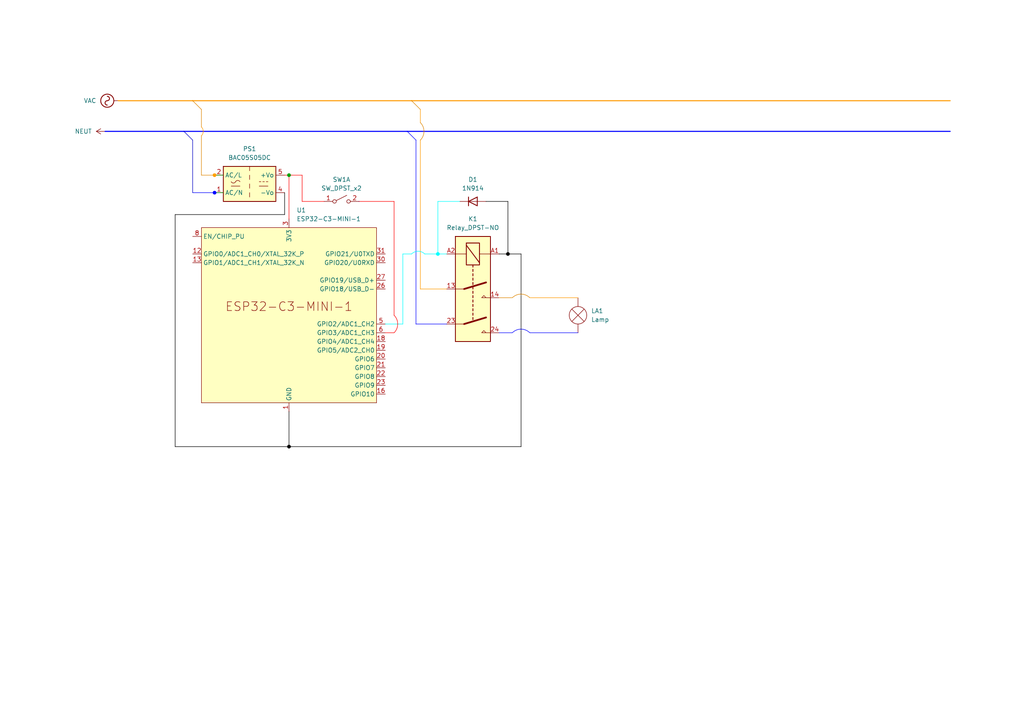
<source format=kicad_sch>
(kicad_sch (version 20230121) (generator eeschema)
  (paper "A4")
  (lib_symbols
    (symbol "Converter_ACDC:BAC05S05DC"
      (property "Reference" "PS" (at 0 6.35 0))
      (property "Value" "BAC05S05DC" (at 0 -6.35 0))
      (symbol "BAC05S05DC_0_1"
        (rectangle (start -7.62 5.08) (end 7.62 -5.08) (stroke (width 0.254)) (fill (type background)))
        (arc (start -5.334 0.635) (mid -4.699 0.2495) (end -4.064 0.635))
        (arc (start -2.794 0.635) (mid -3.429 1.0072) (end -4.064 0.635))
        (polyline (pts (xy -5.334 -0.635) (xy -2.794 -0.635)))
        (polyline (pts (xy 0 -2.54) (xy 0 -3.81)))
        (polyline (pts (xy 0 0) (xy 0 -1.27)))
        (polyline (pts (xy 0 2.54) (xy 0 1.27)))
        (polyline (pts (xy 0 5.08) (xy 0 3.81)))
        (polyline (pts (xy 2.794 -0.635) (xy 5.334 -0.635)))
        (polyline (pts (xy 2.794 0.635) (xy 3.302 0.635)))
        (polyline (pts (xy 3.81 0.635) (xy 4.318 0.635)))
        (polyline (pts (xy 4.826 0.635) (xy 5.334 0.635)))
      )
      (symbol "BAC05S05DC_1_1"
        (pin power_in line (at -10.16 -2.54 0) (length 2.54) (name "AC/N") (number "1"))
        (pin power_in line (at -10.16 2.54 0) (length 2.54) (name "AC/L") (number "2"))
        (pin no_connect line (at 7.62 0 180) (length 2.54) hide (name "NC") (number "3"))
        (pin power_out line (at 10.16 -2.54 180) (length 2.54) (name "-Vo") (number "4"))
        (pin power_out line (at 10.16 2.54 180) (length 2.54) (name "+Vo") (number "5"))
      )
    )
    (symbol "Device:Lamp" (pin_numbers hide) (pin_names (offset 0.0254) hide)
      (property "Reference" "LA" (at 0.635 3.81 0))
      (property "Value" "Lamp" (at 0.635 -3.81 0))
      (symbol "Lamp_0_1"
        (polyline (pts (xy -1.778 1.778) (xy 1.778 -1.778)))
        (polyline (pts (xy 1.778 1.778) (xy -1.778 -1.778)))
        (circle (center 0 0) (radius 2.54))
      )
      (symbol "Lamp_1_1"
        (pin passive line (at 0 -5.08 90) (length 2.54) (name "-") (number "1"))
        (pin passive line (at 0 5.08 270) (length 2.54) (name "+") (number "2"))
      )
    )
    (symbol "Diode:1N914" (pin_numbers hide) (pin_names hide)
      (property "Reference" "D" (at 0 2.54 0))
      (property "Value" "1N914" (at 0 -2.54 0))
      (symbol "1N914_0_1"
        (polyline (pts (xy -1.27 1.27) (xy -1.27 -1.27)) (stroke (width 0.254)))
        (polyline (pts (xy 1.27 0) (xy -1.27 0)))
        (polyline (pts (xy 1.27 1.27) (xy 1.27 -1.27) (xy -1.27 0) (xy 1.27 1.27)) (stroke (width 0.254)))
      )
      (symbol "1N914_1_1"
        (pin passive line (at -3.81 0 0) (length 2.54) (name "K") (number "1"))
        (pin passive line (at 3.81 0 180) (length 2.54) (name "A") (number "2"))
      )
    )
    (symbol "PCM_Espressif:ESP32-C3-MINI-1"
      (property "Reference" "U" (at -25.4 30.48 0))
      (property "Value" "ESP32-C3-MINI-1" (at -25.4 27.94 0))
      (symbol "ESP32-C3-MINI-1_0_0"
        (text "ESP32-C3-MINI-1" (at 0 2.54 0) (effects (font (size 2.54 2.54))))
      )
      (symbol "ESP32-C3-MINI-1_0_1"
        (rectangle (start -25.4 25.4) (end 25.4 -25.4) (fill (type background)))
      )
      (symbol "ESP32-C3-MINI-1_1_1"
        (pin power_in line (at 0 -27.94 90) (length 2.54) (name "GND") (number "1"))
        (pin no_connect line (at -25.4 2.54 0) (length 2.54) hide (name "NC") (number "10"))
        (pin passive line (at 0 -27.94 90) (length 2.54) hide (name "GND") (number "11"))
        (pin bidirectional line (at -27.94 17.78 0) (length 2.54) (name "GPIO0/ADC1_CH0/XTAL_32K_P") (number "12"))
        (pin bidirectional line (at -27.94 15.24 0) (length 2.54) (name "GPIO1/ADC1_CH1/XTAL_32K_N") (number "13"))
        (pin passive line (at 0 -27.94 90) (length 2.54) hide (name "GND") (number "14"))
        (pin no_connect line (at -25.4 0 0) (length 2.54) hide (name "NC") (number "15"))
        (pin bidirectional line (at 27.94 -22.86 180) (length 2.54) (name "GPIO10") (number "16"))
        (pin no_connect line (at -25.4 -2.54 0) (length 2.54) hide (name "NC") (number "17"))
        (pin bidirectional line (at 27.94 -7.62 180) (length 2.54) (name "GPIO4/ADC1_CH4") (number "18"))
        (pin bidirectional line (at 27.94 -10.16 180) (length 2.54) (name "GPIO5/ADC2_CH0") (number "19"))
        (pin passive line (at 0 -27.94 90) (length 2.54) hide (name "GND") (number "2"))
        (pin bidirectional line (at 27.94 -12.7 180) (length 2.54) (name "GPIO6") (number "20"))
        (pin bidirectional line (at 27.94 -15.24 180) (length 2.54) (name "GPIO7") (number "21"))
        (pin bidirectional line (at 27.94 -17.78 180) (length 2.54) (name "GPIO8") (number "22"))
        (pin bidirectional line (at 27.94 -20.32 180) (length 2.54) (name "GPIO9") (number "23"))
        (pin no_connect line (at -25.4 -5.08 0) (length 2.54) hide (name "NC") (number "24"))
        (pin no_connect line (at -25.4 -7.62 0) (length 2.54) hide (name "NC") (number "25"))
        (pin bidirectional line (at 27.94 7.62 180) (length 2.54) (name "GPIO18/USB_D-") (number "26"))
        (pin bidirectional line (at 27.94 10.16 180) (length 2.54) (name "GPIO19/USB_D+") (number "27"))
        (pin no_connect line (at -25.4 -10.16 0) (length 2.54) hide (name "NC") (number "28"))
        (pin no_connect line (at -25.4 -12.7 0) (length 2.54) hide (name "NC") (number "29"))
        (pin power_in line (at 0 27.94 270) (length 2.54) (name "3V3") (number "3"))
        (pin bidirectional line (at 27.94 15.24 180) (length 2.54) (name "GPIO20/U0RXD") (number "30"))
        (pin bidirectional line (at 27.94 17.78 180) (length 2.54) (name "GPIO21/U0TXD") (number "31"))
        (pin no_connect line (at -25.4 -15.24 0) (length 2.54) hide (name "NC") (number "32"))
        (pin no_connect line (at -25.4 -17.78 0) (length 2.54) hide (name "NC") (number "33"))
        (pin no_connect line (at -25.4 -20.32 0) (length 2.54) hide (name "NC") (number "34"))
        (pin no_connect line (at -25.4 -22.86 0) (length 2.54) hide (name "NC") (number "35"))
        (pin passive line (at 0 -27.94 90) (length 2.54) hide (name "GND") (number "36"))
        (pin passive line (at 0 -27.94 90) (length 2.54) hide (name "GND") (number "37"))
        (pin passive line (at 0 -27.94 90) (length 2.54) hide (name "GND") (number "38"))
        (pin passive line (at 0 -27.94 90) (length 2.54) hide (name "GND") (number "39"))
        (pin no_connect line (at -25.4 10.16 0) (length 2.54) hide (name "NC") (number "4"))
        (pin passive line (at 0 -27.94 90) (length 2.54) hide (name "GND") (number "40"))
        (pin passive line (at 0 -27.94 90) (length 2.54) hide (name "GND") (number "41"))
        (pin passive line (at 0 -27.94 90) (length 2.54) hide (name "GND") (number "42"))
        (pin passive line (at 0 -27.94 90) (length 2.54) hide (name "GND") (number "43"))
        (pin passive line (at 0 -27.94 90) (length 2.54) hide (name "GND") (number "44"))
        (pin passive line (at 0 -27.94 90) (length 2.54) hide (name "GND") (number "45"))
        (pin passive line (at 0 -27.94 90) (length 2.54) hide (name "GND") (number "46"))
        (pin passive line (at 0 -27.94 90) (length 2.54) hide (name "GND") (number "47"))
        (pin passive line (at 0 -27.94 90) (length 2.54) hide (name "GND") (number "48"))
        (pin passive line (at 0 -27.94 90) (length 2.54) hide (name "GND") (number "49"))
        (pin bidirectional line (at 27.94 -2.54 180) (length 2.54) (name "GPIO2/ADC1_CH2") (number "5"))
        (pin passive line (at 0 -27.94 90) (length 2.54) hide (name "GND") (number "50"))
        (pin passive line (at 0 -27.94 90) (length 2.54) hide (name "GND") (number "51"))
        (pin passive line (at 0 -27.94 90) (length 2.54) hide (name "GND") (number "52"))
        (pin passive line (at 0 -27.94 90) (length 2.54) hide (name "GND") (number "53"))
        (pin bidirectional line (at 27.94 -5.08 180) (length 2.54) (name "GPIO3/ADC1_CH3") (number "6"))
        (pin no_connect line (at -25.4 7.62 0) (length 2.54) hide (name "NC") (number "7"))
        (pin input line (at -27.94 22.86 0) (length 2.54) (name "EN/CHIP_PU") (number "8"))
        (pin no_connect line (at -25.4 5.08 0) (length 2.54) hide (name "NC") (number "9"))
      )
    )
    (symbol "Relay:Relay_DPST-NO"
      (property "Reference" "K" (at 16.51 3.81 0))
      (property "Value" "Relay_DPST-NO" (at 16.51 1.27 0))
      (symbol "Relay_DPST-NO_0_1"
        (rectangle (start -15.24 5.08) (end 15.24 -5.08) (stroke (width 0.254)) (fill (type background)))
        (rectangle (start -13.335 1.905) (end -6.985 -1.905) (stroke (width 0.254)))
        (polyline (pts (xy -12.7 -1.905) (xy -7.62 1.905)) (stroke (width 0.254)))
        (polyline (pts (xy -10.16 -5.08) (xy -10.16 -1.905)))
        (polyline (pts (xy -10.16 5.08) (xy -10.16 1.905)))
        (polyline (pts (xy -6.985 0) (xy -6.35 0)) (stroke (width 0.254)))
        (polyline (pts (xy -5.715 0) (xy -5.08 0)) (stroke (width 0.254)))
        (polyline (pts (xy -4.445 0) (xy -3.81 0)) (stroke (width 0.254)))
        (polyline (pts (xy -3.175 0) (xy -2.54 0)) (stroke (width 0.254)))
        (polyline (pts (xy -1.905 0) (xy -1.27 0)) (stroke (width 0.254)))
        (polyline (pts (xy -0.635 0) (xy 0 0)) (stroke (width 0.254)))
        (polyline (pts (xy 0 -2.54) (xy -1.905 3.81)) (stroke (width 0.508)))
        (polyline (pts (xy 0 -2.54) (xy 0 -5.08)))
        (polyline (pts (xy 0.635 0) (xy 1.27 0)) (stroke (width 0.254)))
        (polyline (pts (xy 1.905 0) (xy 2.54 0)) (stroke (width 0.254)))
        (polyline (pts (xy 3.175 0) (xy 3.81 0)) (stroke (width 0.254)))
        (polyline (pts (xy 4.445 0) (xy 5.08 0)) (stroke (width 0.254)))
        (polyline (pts (xy 5.715 0) (xy 6.35 0)) (stroke (width 0.254)))
        (polyline (pts (xy 6.985 0) (xy 7.62 0)) (stroke (width 0.254)))
        (polyline (pts (xy 8.255 0) (xy 8.89 0)) (stroke (width 0.254)))
        (polyline (pts (xy 10.16 -2.54) (xy 8.255 3.81)) (stroke (width 0.508)))
        (polyline (pts (xy 10.16 -2.54) (xy 10.16 -5.08)))
        (polyline (pts (xy 2.54 5.08) (xy 2.54 2.54) (xy 1.905 3.175) (xy 2.54 3.81)))
        (polyline (pts (xy 12.7 5.08) (xy 12.7 2.54) (xy 12.065 3.175) (xy 12.7 3.81)))
      )
      (symbol "Relay_DPST-NO_1_1"
        (pin passive line (at 0 -7.62 90) (length 2.54) (name "~") (number "13"))
        (pin passive line (at 2.54 7.62 270) (length 2.54) (name "~") (number "14"))
        (pin passive line (at 10.16 -7.62 90) (length 2.54) (name "~") (number "23"))
        (pin passive line (at 12.7 7.62 270) (length 2.54) (name "~") (number "24"))
        (pin passive line (at -10.16 7.62 270) (length 2.54) (name "~") (number "A1"))
        (pin passive line (at -10.16 -7.62 90) (length 2.54) (name "~") (number "A2"))
      )
    )
    (symbol "Switch:SW_DPST_x2" (pin_names (offset 0) hide)
      (property "Reference" "SW" (at 0 3.175 0))
      (property "Value" "SW_DPST_x2" (at 0 -2.54 0))
      (symbol "SW_DPST_x2_0_0"
        (circle (center -2.032 0) (radius 0.508))
        (polyline (pts (xy -1.524 0.254) (xy 1.524 1.778)))
        (circle (center 2.032 0) (radius 0.508))
      )
      (symbol "SW_DPST_x2_1_1"
        (pin passive line (at -5.08 0 0) (length 2.54) (name "A") (number "1"))
        (pin passive line (at 5.08 0 180) (length 2.54) (name "B") (number "2"))
      )
      (symbol "SW_DPST_x2_2_1"
        (pin passive line (at -5.08 0 0) (length 2.54) (name "A") (number "3"))
        (pin passive line (at 5.08 0 180) (length 2.54) (name "B") (number "4"))
      )
    )
    (symbol "power:NEUT" (power) (pin_names (offset 0))
      (property "Value" "NEUT" (at 0 3.81 0))
      (symbol "NEUT_0_1"
        (polyline (pts (xy -0.762 1.27) (xy 0 2.54)))
        (polyline (pts (xy 0 0) (xy 0 2.54)))
        (polyline (pts (xy 0 2.54) (xy 0.762 1.27)))
      )
      (symbol "NEUT_1_1"
        (pin power_in line (at 0 0 90) (length 0) hide (name "NEUT") (number "1"))
      )
    )
    (symbol "power:VAC" (power) (pin_names (offset 0))
      (property "Value" "VAC" (at 0 6.35 0))
      (symbol "VAC_0_1"
        (polyline (pts (xy 0 0) (xy 0 1.27)))
        (arc (start 0 3.175) (mid -0.635 3.8073) (end -1.27 3.175) (stroke (width 0.254)))
        (arc (start 0 3.175) (mid 0.635 2.5427) (end 1.27 3.175) (stroke (width 0.254)))
        (circle (center 0 3.175) (radius 1.905) (stroke (width 0.254)))
      )
      (symbol "VAC_1_1"
        (pin power_in line (at 0 0 90) (length 0) hide (name "VAC") (number "1"))
      )
    )
  )
  (junction (at 83.82 129.54) (color 0 0 0 1))
  (junction (at 83.82 50.8))
  (junction (at 147.32 73.66) (color 0 0 0 1))
  (junction (at 62.23 55.88) (color 0 0 255 1))
  (junction (at 62.23 50.8) (color 255 153 0 1))
  (junction (at 127 73.66) (color 0 255 255 1))
  (bus_entry (at 119.38 29.21) (size 2.54 2.54) (stroke (width 0) (color 221 133 0 1)))
  (bus_entry (at 118.11 38.1) (size 2.54 2.54) (stroke (width 0) (color 0 0 255 1)))
  (bus_entry (at 53.34 38.1) (size 2.54 2.54) (stroke (width 0) (color 0 0 194 1)))
  (bus_entry (at 55.88 29.21) (size 2.54 2.54) (stroke (width 0) (color 221 133 0 1)))
  (wire (pts (xy 55.88 55.88) (xy 62.23 55.88)) (stroke (width 0) (color 0 0 255 1)))
  (wire (pts (xy 83.82 50.8) (xy 83.82 63.5)) (stroke (width 0) (color 255 0 0 1)))
  (wire (pts (xy 153.67 96.52) (xy 167.64 96.52)) (stroke (width 0) (color 0 0 255 1)))
  (wire (pts (xy 58.42 39.37) (xy 58.42 50.8)) (stroke (width 0) (color 221 133 0 1)))
  (wire (pts (xy 116.84 93.98) (xy 116.84 73.66)) (stroke (width 0) (color 0 255 255 1)))
  (wire (pts (xy 116.84 73.66) (xy 119.38 73.66)) (stroke (width 0) (color 0 255 255 1)))
  (wire (pts (xy 144.78 96.52) (xy 148.59 96.52)) (stroke (width 0) (color 0 0 255 1)))
  (wire (pts (xy 82.55 50.8) (xy 83.82 50.8)) (stroke (width 0) (color 255 0 0 1)))
  (wire (pts (xy 144.78 86.36) (xy 148.59 86.36)) (stroke (width 0) (color 221 133 0 1)))
  (wire (pts (xy 114.3 91.44) (xy 114.3 58.42)) (stroke (width 0) (color 255 0 0 1)))
  (wire (pts (xy 83.82 129.54) (xy 83.82 119.38)) (stroke (width 0) (color 0 0 0 1)))
  (bus (pts (xy 119.38 29.21) (xy 275.59 29.21)) (stroke (width 0) (color 255 153 0 1)))
  (wire (pts (xy 140.97 58.42) (xy 147.32 58.42)) (stroke (width 0) (color 0 0 0 1)))
  (wire (pts (xy 93.98 58.42) (xy 87.63 58.42)) (stroke (width 0) (color 255 0 0 1)))
  (wire (pts (xy 120.65 40.64) (xy 120.65 93.98)) (stroke (width 0) (color 0 0 255 1)))
  (wire (pts (xy 114.3 58.42) (xy 104.14 58.42)) (stroke (width 0) (color 255 0 0 1)))
  (wire (pts (xy 87.63 50.8) (xy 83.82 50.8)) (stroke (width 0) (color 255 0 0 1)))
  (wire (pts (xy 151.13 129.54) (xy 83.82 129.54)) (stroke (width 0) (color 0 0 0 1)))
  (wire (pts (xy 58.42 50.8) (xy 62.23 50.8)) (stroke (width 0) (color 221 133 0 1)))
  (wire (pts (xy 87.63 58.42) (xy 87.63 50.8)) (stroke (width 0) (color 255 0 0 1)))
  (wire (pts (xy 151.13 73.66) (xy 151.13 129.54)) (stroke (width 0) (color 0 0 0 1)))
  (wire (pts (xy 83.82 129.54) (xy 50.8 129.54)) (stroke (width 0) (color 0 0 0 1)))
  (wire (pts (xy 55.88 40.64) (xy 55.88 55.88)) (stroke (width 0) (color 0 0 194 1)))
  (bus (pts (xy 53.34 38.1) (xy 118.11 38.1)) (stroke (width 0) (color 0 0 255 1)))
  (bus (pts (xy 30.48 38.1) (xy 53.34 38.1)) (stroke (width 0) (color 0 0 255 1)))
  (wire (pts (xy 121.92 31.75) (xy 121.92 35.56)) (stroke (width 0) (color 255 153 0 1)))
  (wire (pts (xy 153.67 86.36) (xy 167.64 86.36)) (stroke (width 0) (color 255 153 0 1)))
  (wire (pts (xy 62.23 55.88) (xy 64.77 55.88)))
  (wire (pts (xy 82.55 62.23) (xy 82.55 55.88)) (stroke (width 0) (color 0 0 0 1)))
  (wire (pts (xy 129.54 83.82) (xy 121.92 83.82)) (stroke (width 0) (color 255 153 0 1)))
  (wire (pts (xy 127 58.42) (xy 127 73.66)) (stroke (width 0) (color 0 255 255 1)))
  (wire (pts (xy 111.76 96.52) (xy 114.3 96.52)) (stroke (width 0) (color 255 0 0 1)))
  (wire (pts (xy 147.32 58.42) (xy 147.32 73.66)) (stroke (width 0) (color 0 0 0 1)))
  (wire (pts (xy 121.92 40.64) (xy 121.92 83.82)) (stroke (width 0) (color 255 153 0 1)))
  (wire (pts (xy 58.42 31.75) (xy 58.42 36.83)) (stroke (width 0) (color 221 133 0 1)))
  (bus (pts (xy 34.29 29.21) (xy 55.88 29.21)) (stroke (width 0) (color 255 153 0 1)))
  (wire (pts (xy 111.76 93.98) (xy 116.84 93.98)) (stroke (width 0) (color 0 255 255 1)))
  (wire (pts (xy 62.23 50.8) (xy 64.77 50.8)))
  (wire (pts (xy 147.32 73.66) (xy 151.13 73.66)) (stroke (width 0) (color 0 0 0 1)))
  (wire (pts (xy 133.35 58.42) (xy 127 58.42)) (stroke (width 0) (color 0 255 255 1)))
  (wire (pts (xy 50.8 62.23) (xy 82.55 62.23)) (stroke (width 0) (color 0 0 0 1)))
  (wire (pts (xy 144.78 73.66) (xy 147.32 73.66)) (stroke (width 0) (color 0 0 0 1)))
  (wire (pts (xy 123.19 73.66) (xy 127 73.66)) (stroke (width 0) (color 0 255 255 1)))
  (wire (pts (xy 50.8 129.54) (xy 50.8 62.23)) (stroke (width 0) (color 0 0 0 1)))
  (wire (pts (xy 127 73.66) (xy 129.54 73.66)) (stroke (width 0) (color 0 255 255 1)))
  (bus (pts (xy 118.11 38.1) (xy 275.59 38.1)) (stroke (width 0) (color 0 0 255 1)))
  (bus (pts (xy 55.88 29.21) (xy 119.38 29.21)) (stroke (width 0) (color 255 153 0 1)))
  (wire (pts (xy 120.65 93.98) (xy 129.54 93.98)) (stroke (width 0) (color 0 0 255 1)))
  (arc (start 58.42 36.83) (mid 58.946 38.1) (end 58.42 39.37) (stroke (width 0) (color 255 153 0 1)))
  (arc (start 114.3 91.44) (mid 115.3519 93.98) (end 114.3 96.52) (stroke (width 0) (color 255 0 0 1)))
  (arc (start 148.59 96.52) (mid 151.13 95.4679) (end 153.67 96.52) (stroke (width 0) (color 0 0 255 1)))
  (arc (start 121.92 35.56) (mid 122.9721 38.1) (end 121.92 40.64) (stroke (width 0) (color 221 133 0 1)))
  (arc (start 104.14 58.42) (mid 104.14 58.42) (end 104.14 58.42))
  (arc (start 119.38 73.66) (mid 121.285 72.8709) (end 123.19 73.66) (stroke (width 0) (color 0 255 255 1)))
  (arc (start 148.59 86.36) (mid 151.13 85.3079) (end 153.67 86.36) (stroke (width 0) (color 221 133 0 1)))
  (symbol (lib_id "PCM_Espressif:ESP32-C3-MINI-1") (at 83.82 91.44 0) (unit 1)
    (property "Reference" "U1" (at 86.0141 60.96 0) (effects (justify left)))
    (property "Value" "ESP32-C3-MINI-1" (at 86.0141 63.5 0) (effects (justify left)))
    (property "Footprint" "PCM_Espressif:ESP32-C3-MINI-1" (effects hide))
    (property "Datasheet" "https://www.espressif.com/sites/default/files/documentation/esp32-c3-mini-1_datasheet_en.pdf" (effects hide))
  )
  (symbol (lib_id "Converter_ACDC:BAC05S05DC") (at 72.39 53.34 0) (unit 1)
    (property "Reference" "PS1" (at 72.39 43.18 0))
    (property "Value" "BAC05S05DC" (at 72.39 45.72 0))
    (property "Footprint" "Converter_ACDC:Converter_ACDC_Murata_BAC05SxxDC_THT" (effects hide))
    (property "Datasheet" "https://www.murata.com/products/productdata/8809982558238/KAC-BAC05.pdf" (effects hide))
  )
  (symbol (lib_id "Relay:Relay_DPST-NO") (at 137.16 83.82 270) (unit 1)
    (property "Reference" "K1" (at 137.16 63.5 90))
    (property "Value" "Relay_DPST-NO" (at 137.16 66.04 90))
  )
  (symbol (lib_id "Device:Lamp") (at 167.64 91.44 0) (unit 1)
    (property "Reference" "LA1" (at 171.45 90.17 0) (effects (justify left)))
    (property "Value" "Lamp" (at 171.45 92.71 0) (effects (justify left)))
  )
  (symbol (lib_id "Diode:1N914") (at 137.16 58.42 0) (unit 1)
    (property "Reference" "D1" (at 137.16 52.07 0))
    (property "Value" "1N914" (at 137.16 54.61 0))
    (property "Footprint" "Diode_THT:D_DO-35_SOD27_P7.62mm_Horizontal" (effects hide))
    (property "Datasheet" "http://www.vishay.com/docs/85622/1n914.pdf" (effects hide))
    (property "Sim.Device" "D" (effects hide))
    (property "Sim.Pins" "1=K 2=A" (effects hide))
  )
  (symbol (lib_id "power:NEUT") (at 30.48 38.1 90) (unit 1)
    (property "Reference" "#PWR02" (effects hide))
    (property "Value" "NEUT" (at 26.67 38.1 90) (effects (justify left)))
  )
  (symbol (lib_id "power:VAC") (at 34.29 29.21 90) (unit 1)
    (property "Reference" "#PWR01" (effects hide))
    (property "Value" "VAC" (at 27.94 29.21 90) (effects (justify left)))
  )
  (symbol (lib_id "Switch:SW_DPST_x2") (at 99.06 58.42 0) (unit 1)
    (property "Reference" "SW1" (at 99.06 52.07 0))
    (property "Value" "SW_DPST_x2" (at 99.06 54.61 0))
  )
)
</source>
